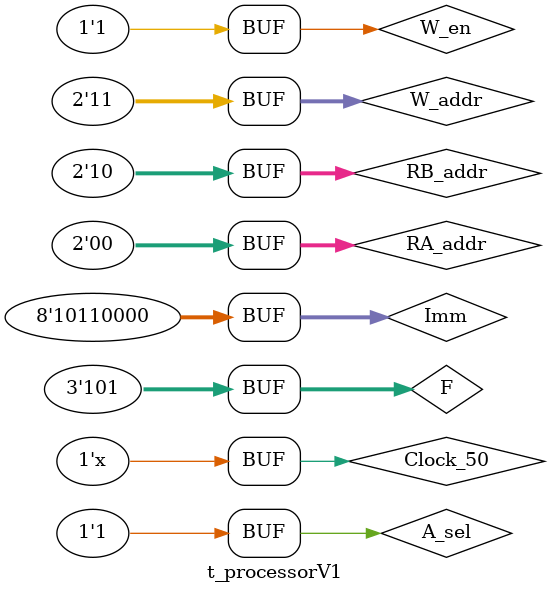
<source format=v>
`timescale 1ps/1ps
module t_processorV1();
	reg [1:0] W_addr;
	reg W_en;
	reg [1:0] RA_addr;
	reg [1:0] RB_addr;
	reg Clock_50;
	reg [7:0] Imm;
	reg A_sel;
	reg [2:0] F;
	
	processorV1 proc(.W_addr(W_addr), .W_en(W_en), .RA_addr(RA_addr), .RB_addr(RB_addr), .Clock_50(Clock_50),.Imm(Imm),.A_sel(A_sel),.F(F));
	
	initial begin
		Clock_50 <= 0;
		W_addr<=0;
		W_en<=0;
		RA_addr<=0;
		RB_addr<=0;
		Imm<=0;
		A_sel<=0;
		F<=0;

	end
	
	always @(*)
		#10 Clock_50 <= ~Clock_50;
		
	initial begin
		// set all registers to zero
		#20 Imm <= 0;
		F <= 3'b100;
		A_sel <= 1'b1;
		W_en <= 1'b1;
		#20 W_addr <= 1;
		#20 W_addr <= 2;
		#20 W_addr <= 3;
		#20 W_en <= 0;
		A_sel <= 0;
		F<= 0;
		
		//Go through procedure
		#20
		W_addr <= 0;
		W_en <= 1;
		Imm <= 8'h55;
		F<= 3'b101;
		A_sel <= 1;
		#40
		W_addr <= 1;
		RB_addr <= 0;
		W_en <= 1;
		Imm <= 8'h25;
		F <= 3'b000;
		A_sel <= 1;
		#40
		W_addr <= 2;
		RB_addr <= 1;
		W_en <= 1;
		Imm <= 8'h0f;
		F <= 3'b100;
		A_sel <= 1;
		#40
		W_addr <= 3;
		RB_addr <= 2;
		W_en <= 1;
		Imm <= 8'hb0;
		F <= 3'b101;
		A_sel <= 1;
	end
endmodule
		
		
		
		
		
</source>
